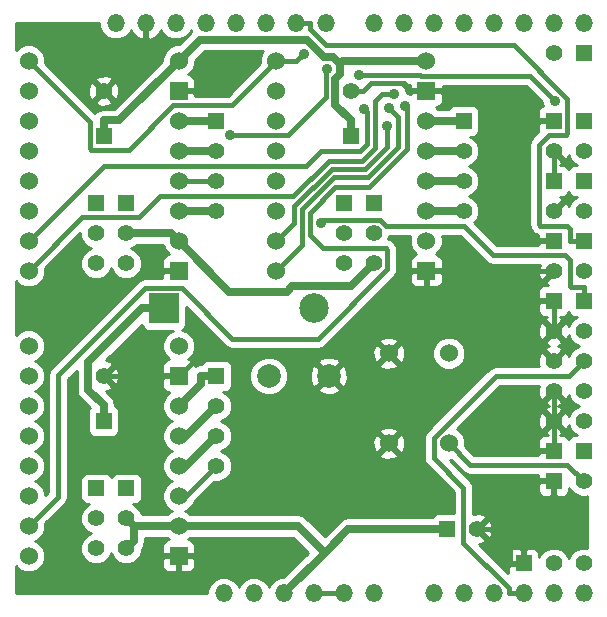
<source format=gtl>
G04 (created by PCBNEW-RS274X (2012-01-19 BZR 3256)-stable) date 20/07/2013 4:07:59 p.m.*
G01*
G70*
G90*
%MOIN*%
G04 Gerber Fmt 3.4, Leading zero omitted, Abs format*
%FSLAX34Y34*%
G04 APERTURE LIST*
%ADD10C,0.006000*%
%ADD11C,0.098400*%
%ADD12R,0.098400X0.098400*%
%ADD13O,0.060000X0.057100*%
%ADD14O,0.060000X0.059100*%
%ADD15R,0.060000X0.060000*%
%ADD16C,0.060000*%
%ADD17R,0.055000X0.055000*%
%ADD18C,0.055000*%
%ADD19C,0.078700*%
%ADD20C,0.035000*%
%ADD21C,0.027600*%
%ADD22C,0.016000*%
%ADD23C,0.010000*%
G04 APERTURE END LIST*
G54D10*
G54D11*
X35250Y-24000D03*
G54D12*
X30250Y-24000D03*
G54D13*
X44250Y-33500D03*
G54D14*
X43250Y-33500D03*
X42250Y-33500D03*
X39250Y-33500D03*
X40250Y-33500D03*
X41250Y-33500D03*
X37250Y-33500D03*
X36250Y-33500D03*
X35250Y-33500D03*
X33250Y-33500D03*
X32250Y-33500D03*
X44250Y-14500D03*
X43250Y-14500D03*
X42250Y-14500D03*
X41250Y-14500D03*
X40250Y-14500D03*
X39250Y-14500D03*
X38250Y-14500D03*
X37250Y-14500D03*
X35650Y-14500D03*
X34650Y-14500D03*
X33650Y-14500D03*
X32650Y-14500D03*
X31650Y-14500D03*
X30650Y-14500D03*
X29650Y-14500D03*
X28650Y-14500D03*
X34250Y-33500D03*
G54D15*
X30750Y-32250D03*
G54D16*
X30750Y-31250D03*
X30750Y-30250D03*
X30750Y-29250D03*
X30750Y-28250D03*
X30750Y-27250D03*
G54D15*
X30750Y-26250D03*
G54D16*
X30750Y-25250D03*
X25750Y-25250D03*
X25750Y-26250D03*
X25750Y-27250D03*
X25750Y-28250D03*
X25750Y-29250D03*
X25750Y-30250D03*
X25750Y-31250D03*
X25750Y-32250D03*
G54D15*
X39000Y-22750D03*
G54D16*
X39000Y-21750D03*
X39000Y-20750D03*
X39000Y-19750D03*
X39000Y-18750D03*
X39000Y-17750D03*
G54D15*
X39000Y-16750D03*
G54D16*
X39000Y-15750D03*
X34000Y-15750D03*
X34000Y-16750D03*
X34000Y-17750D03*
X34000Y-18750D03*
X34000Y-19750D03*
X34000Y-20750D03*
X34000Y-21750D03*
X34000Y-22750D03*
G54D15*
X30750Y-22750D03*
G54D16*
X30750Y-21750D03*
X30750Y-20750D03*
X30750Y-19750D03*
X30750Y-18750D03*
X30750Y-17750D03*
G54D15*
X30750Y-16750D03*
G54D16*
X30750Y-15750D03*
X25750Y-15750D03*
X25750Y-16750D03*
X25750Y-17750D03*
X25750Y-18750D03*
X25750Y-19750D03*
X25750Y-20750D03*
X25750Y-21750D03*
X25750Y-22750D03*
G54D17*
X28000Y-30000D03*
G54D18*
X28000Y-31000D03*
X28000Y-32000D03*
G54D17*
X37250Y-20500D03*
G54D18*
X37250Y-21500D03*
X37250Y-22500D03*
G54D17*
X36250Y-20500D03*
G54D18*
X36250Y-21500D03*
X36250Y-22500D03*
G54D17*
X29000Y-30000D03*
G54D18*
X29000Y-31000D03*
X29000Y-32000D03*
G54D17*
X28000Y-20500D03*
G54D18*
X28000Y-21500D03*
X28000Y-22500D03*
G54D17*
X29000Y-20500D03*
G54D18*
X29000Y-21500D03*
X29000Y-22500D03*
G54D17*
X43250Y-29750D03*
G54D18*
X44250Y-29750D03*
G54D19*
X33750Y-26250D03*
X35750Y-26250D03*
G54D16*
X37750Y-28500D03*
X39750Y-25500D03*
X39750Y-28500D03*
X37750Y-25500D03*
G54D17*
X44250Y-15500D03*
G54D18*
X43250Y-15500D03*
G54D17*
X32000Y-17750D03*
G54D18*
X32000Y-18750D03*
X32000Y-19750D03*
X32000Y-20750D03*
G54D17*
X40250Y-17750D03*
G54D18*
X40250Y-18750D03*
X40250Y-19750D03*
X40250Y-20750D03*
G54D17*
X32000Y-26250D03*
G54D18*
X32000Y-27250D03*
X32000Y-28250D03*
X32000Y-29250D03*
G54D17*
X42250Y-32500D03*
G54D18*
X43250Y-32500D03*
X44250Y-32500D03*
G54D17*
X43250Y-23750D03*
G54D18*
X43250Y-24750D03*
X43250Y-25750D03*
G54D17*
X44250Y-23750D03*
G54D18*
X44250Y-24750D03*
X44250Y-25750D03*
G54D17*
X43250Y-28750D03*
G54D18*
X43250Y-27750D03*
X43250Y-26750D03*
G54D17*
X44250Y-28750D03*
G54D18*
X44250Y-27750D03*
X44250Y-26750D03*
G54D17*
X43250Y-21750D03*
G54D18*
X43250Y-22750D03*
G54D17*
X43250Y-19750D03*
G54D18*
X43250Y-20750D03*
G54D17*
X43250Y-17750D03*
G54D18*
X43250Y-18750D03*
G54D17*
X44250Y-17750D03*
G54D18*
X44250Y-18750D03*
G54D17*
X44250Y-19750D03*
G54D18*
X44250Y-20750D03*
G54D17*
X44250Y-21750D03*
G54D18*
X44250Y-22750D03*
G54D17*
X28250Y-27750D03*
G54D18*
X28250Y-26250D03*
G54D17*
X36500Y-18250D03*
G54D18*
X36500Y-16750D03*
G54D17*
X28250Y-18250D03*
G54D18*
X28250Y-16750D03*
G54D17*
X39700Y-31350D03*
G54D18*
X40700Y-31350D03*
G54D20*
X37918Y-16868D03*
X36916Y-17344D03*
X34913Y-15509D03*
X37761Y-17322D03*
X37685Y-17911D03*
X35708Y-16021D03*
X32458Y-18234D03*
X38291Y-17249D03*
X35480Y-21150D03*
X43283Y-17086D03*
X36757Y-16221D03*
G54D21*
X29250Y-31250D02*
X29250Y-31750D01*
X35610Y-32140D02*
X34720Y-31250D01*
X34720Y-31250D02*
X30750Y-31250D01*
X35610Y-32140D02*
X34250Y-33500D01*
X39700Y-31350D02*
X36400Y-31350D01*
X36400Y-31350D02*
X35610Y-32140D01*
X30750Y-31250D02*
X29250Y-31250D01*
X29250Y-31750D02*
X29000Y-32000D01*
X37250Y-22500D02*
X36484Y-23266D01*
X36484Y-23266D02*
X34542Y-23266D01*
X34542Y-23266D02*
X34370Y-23438D01*
X34370Y-23438D02*
X32438Y-23438D01*
X32438Y-23438D02*
X30750Y-21750D01*
X29000Y-21500D02*
X30500Y-21500D01*
X30500Y-21500D02*
X30750Y-21750D01*
X29250Y-31250D02*
X29000Y-31000D01*
G54D22*
X41316Y-26250D02*
X39246Y-28320D01*
X43750Y-26250D02*
X41316Y-26250D01*
X42250Y-33500D02*
X41766Y-33500D01*
X44250Y-25750D02*
X43750Y-26250D01*
X39246Y-28320D02*
X39246Y-28973D01*
X41766Y-33333D02*
X41766Y-33500D01*
X40242Y-31809D02*
X41766Y-33333D01*
X40242Y-29969D02*
X40242Y-31809D01*
X39246Y-28973D02*
X40242Y-29969D01*
G54D21*
X27734Y-25783D02*
X27734Y-26718D01*
X29517Y-24000D02*
X27734Y-25783D01*
X36124Y-15848D02*
X35881Y-15605D01*
X35881Y-15605D02*
X35598Y-15605D01*
X35598Y-15605D02*
X35032Y-15039D01*
X35032Y-15039D02*
X31461Y-15039D01*
X31461Y-15039D02*
X30750Y-15750D01*
X36500Y-17734D02*
X35974Y-17208D01*
X35974Y-17208D02*
X35974Y-16344D01*
X35974Y-16344D02*
X36124Y-16194D01*
X36124Y-16194D02*
X36124Y-15848D01*
X39000Y-15750D02*
X36222Y-15750D01*
X36222Y-15750D02*
X36124Y-15848D01*
X28250Y-27750D02*
X28250Y-27234D01*
X27734Y-26718D02*
X28250Y-27234D01*
X28250Y-18250D02*
X28250Y-17734D01*
X28250Y-17734D02*
X28766Y-17734D01*
X28766Y-17734D02*
X30750Y-15750D01*
X36500Y-18250D02*
X36500Y-17734D01*
X30250Y-24000D02*
X29517Y-24000D01*
G54D22*
X35750Y-26250D02*
X35046Y-25546D01*
X31454Y-25546D02*
X30750Y-26250D01*
X35046Y-25546D02*
X31454Y-25546D01*
X36250Y-33500D02*
X35250Y-33500D01*
X36500Y-16750D02*
X36880Y-16750D01*
X36880Y-16750D02*
X37143Y-16487D01*
X37143Y-16487D02*
X38254Y-16487D01*
X43250Y-17750D02*
X42792Y-17750D01*
X42792Y-17750D02*
X41792Y-16750D01*
X41792Y-16750D02*
X39483Y-16750D01*
X38254Y-16487D02*
X38517Y-16750D01*
X39000Y-16750D02*
X39483Y-16750D01*
X39000Y-22750D02*
X43250Y-22750D01*
X43250Y-27750D02*
X43250Y-28750D01*
X43250Y-26750D02*
X43250Y-27750D01*
X39000Y-16750D02*
X38517Y-16750D01*
X43250Y-24750D02*
X43250Y-23750D01*
X43250Y-18750D02*
X43250Y-19750D01*
X28250Y-26250D02*
X30750Y-26250D01*
X42250Y-32500D02*
X41792Y-32500D01*
X43250Y-29750D02*
X42792Y-29750D01*
X42792Y-29750D02*
X41146Y-31396D01*
X41100Y-31350D02*
X41146Y-31396D01*
X41146Y-31396D02*
X41792Y-32042D01*
X40700Y-31350D02*
X41100Y-31350D01*
X41792Y-32042D02*
X41792Y-32500D01*
X43709Y-29209D02*
X44250Y-29750D01*
X40459Y-29209D02*
X43709Y-29209D01*
X39750Y-28500D02*
X40459Y-29209D01*
X37918Y-16868D02*
X37522Y-16868D01*
X37290Y-17100D02*
X37290Y-18641D01*
X37290Y-18641D02*
X36857Y-19074D01*
X36857Y-19074D02*
X35743Y-19074D01*
X35743Y-19074D02*
X34567Y-20250D01*
X29414Y-20959D02*
X27541Y-20959D01*
X34567Y-20250D02*
X30123Y-20250D01*
X27541Y-20959D02*
X25750Y-22750D01*
X37522Y-16868D02*
X37290Y-17100D01*
X30123Y-20250D02*
X29414Y-20959D01*
X28250Y-19250D02*
X25750Y-21750D01*
X36916Y-17344D02*
X37027Y-17455D01*
X37027Y-17455D02*
X37027Y-18532D01*
X37027Y-18532D02*
X36809Y-18750D01*
X36809Y-18750D02*
X35509Y-18750D01*
X35509Y-18750D02*
X35009Y-19250D01*
X35009Y-19250D02*
X28250Y-19250D01*
X34672Y-15750D02*
X34913Y-15509D01*
X25750Y-15750D02*
X27792Y-17792D01*
X27792Y-17792D02*
X27792Y-18664D01*
X27792Y-18664D02*
X27837Y-18709D01*
X27837Y-18709D02*
X29089Y-18709D01*
X29089Y-18709D02*
X30564Y-17234D01*
X30564Y-17234D02*
X32516Y-17234D01*
X32516Y-17234D02*
X34000Y-15750D01*
X34000Y-15750D02*
X34672Y-15750D01*
X34859Y-21891D02*
X34859Y-20702D01*
X38060Y-18615D02*
X38060Y-17621D01*
X35940Y-19621D02*
X37054Y-19621D01*
X37054Y-19621D02*
X38060Y-18615D01*
X34000Y-22750D02*
X34859Y-21891D01*
X34859Y-20702D02*
X35940Y-19621D01*
X38060Y-17621D02*
X37761Y-17322D01*
X34596Y-20593D02*
X35852Y-19337D01*
X35852Y-19337D02*
X36966Y-19337D01*
X34000Y-21750D02*
X34596Y-21154D01*
X34596Y-21154D02*
X34596Y-20593D01*
X36966Y-19337D02*
X37685Y-18618D01*
X37685Y-18618D02*
X37685Y-17911D01*
G54D21*
X32000Y-20750D02*
X30750Y-20750D01*
G54D22*
X35708Y-16021D02*
X35652Y-16077D01*
X35652Y-16077D02*
X35652Y-16965D01*
X35652Y-16965D02*
X34383Y-18234D01*
X34383Y-18234D02*
X32458Y-18234D01*
X30843Y-23324D02*
X32535Y-25016D01*
X29627Y-23324D02*
X30843Y-23324D01*
X32535Y-25016D02*
X35395Y-25016D01*
X26729Y-26222D02*
X29627Y-23324D01*
X25750Y-31250D02*
X26729Y-30271D01*
X35965Y-19968D02*
X37080Y-19968D01*
X26729Y-30271D02*
X26729Y-26222D01*
X37080Y-19968D02*
X38371Y-18677D01*
X35395Y-25016D02*
X37709Y-22702D01*
X38371Y-18677D02*
X38371Y-17329D01*
X38371Y-17329D02*
X38291Y-17249D01*
X37709Y-22702D02*
X37709Y-22045D01*
X35122Y-20811D02*
X35965Y-19968D01*
X35122Y-21549D02*
X35122Y-20811D01*
X35573Y-22000D02*
X35122Y-21549D01*
X37664Y-22000D02*
X35573Y-22000D01*
X37709Y-22045D02*
X37664Y-22000D01*
G54D21*
X31000Y-29250D02*
X30750Y-29250D01*
X32000Y-28250D02*
X31000Y-29250D01*
X31484Y-26516D02*
X30750Y-27250D01*
X31484Y-26250D02*
X31484Y-26516D01*
X32000Y-26250D02*
X31484Y-26250D01*
X40250Y-18750D02*
X39000Y-18750D01*
X40250Y-20750D02*
X39000Y-20750D01*
X32000Y-18750D02*
X30750Y-18750D01*
X32000Y-17750D02*
X30750Y-17750D01*
X40250Y-19750D02*
X39000Y-19750D01*
X40250Y-17750D02*
X39000Y-17750D01*
X31000Y-28250D02*
X30750Y-28250D01*
X32000Y-27250D02*
X31000Y-28250D01*
G54D22*
X31000Y-30250D02*
X30750Y-30250D01*
X32000Y-29250D02*
X31000Y-30250D01*
X32000Y-19750D02*
X30750Y-19750D01*
X44250Y-23292D02*
X43837Y-23292D01*
X43837Y-23292D02*
X43792Y-23247D01*
X43792Y-22378D02*
X43623Y-22209D01*
X43792Y-23247D02*
X43792Y-22378D01*
X37443Y-21041D02*
X35589Y-21041D01*
X37652Y-21250D02*
X37443Y-21041D01*
X35589Y-21041D02*
X35480Y-21150D01*
X41216Y-22209D02*
X40257Y-21250D01*
X40257Y-21250D02*
X37652Y-21250D01*
X43623Y-22209D02*
X41216Y-22209D01*
X44250Y-23750D02*
X44250Y-23292D01*
X43792Y-21750D02*
X43792Y-21337D01*
X44250Y-21750D02*
X43792Y-21750D01*
X43702Y-21247D02*
X42807Y-21247D01*
X42807Y-21247D02*
X42762Y-21202D01*
X42762Y-21202D02*
X42762Y-18537D01*
X42762Y-18537D02*
X43090Y-18209D01*
X43709Y-17006D02*
X41919Y-15216D01*
X43090Y-18209D02*
X43664Y-18209D01*
X43664Y-18209D02*
X43709Y-18164D01*
X34650Y-14500D02*
X35134Y-14500D01*
X35134Y-14688D02*
X35134Y-14500D01*
X35662Y-15216D02*
X35134Y-14688D01*
X41919Y-15216D02*
X35662Y-15216D01*
X43792Y-21337D02*
X43702Y-21247D01*
X43709Y-18164D02*
X43709Y-17006D01*
X38787Y-16221D02*
X36757Y-16221D01*
X43283Y-17086D02*
X42463Y-16266D01*
X38832Y-16266D02*
X38787Y-16221D01*
X42463Y-16266D02*
X38832Y-16266D01*
G54D10*
G36*
X30800Y-22800D02*
X30700Y-22800D01*
X30650Y-22800D01*
X30262Y-22800D01*
X30200Y-22862D01*
X30200Y-22994D01*
X29627Y-22994D01*
X29501Y-23019D01*
X29465Y-23043D01*
X29393Y-23091D01*
X26496Y-25989D01*
X26424Y-26095D01*
X26399Y-26222D01*
X26399Y-30134D01*
X26299Y-30234D01*
X26299Y-30141D01*
X26215Y-29939D01*
X26061Y-29785D01*
X25976Y-29750D01*
X26061Y-29715D01*
X26215Y-29561D01*
X26299Y-29359D01*
X26299Y-29141D01*
X26215Y-28939D01*
X26061Y-28785D01*
X25976Y-28750D01*
X26061Y-28715D01*
X26215Y-28561D01*
X26299Y-28359D01*
X26299Y-28141D01*
X26215Y-27939D01*
X26061Y-27785D01*
X25976Y-27750D01*
X26061Y-27715D01*
X26215Y-27561D01*
X26299Y-27359D01*
X26299Y-27141D01*
X26215Y-26939D01*
X26061Y-26785D01*
X25976Y-26750D01*
X26061Y-26715D01*
X26215Y-26561D01*
X26299Y-26359D01*
X26299Y-26141D01*
X26215Y-25939D01*
X26061Y-25785D01*
X25976Y-25750D01*
X26061Y-25715D01*
X26215Y-25561D01*
X26299Y-25359D01*
X26299Y-25141D01*
X26215Y-24939D01*
X26061Y-24785D01*
X25859Y-24701D01*
X25641Y-24701D01*
X25439Y-24785D01*
X25325Y-24899D01*
X25325Y-23101D01*
X25439Y-23215D01*
X25641Y-23299D01*
X25859Y-23299D01*
X26061Y-23215D01*
X26215Y-23061D01*
X26299Y-22859D01*
X26299Y-22667D01*
X27475Y-21491D01*
X27475Y-21604D01*
X27555Y-21797D01*
X27702Y-21945D01*
X27835Y-22000D01*
X27703Y-22055D01*
X27555Y-22202D01*
X27475Y-22395D01*
X27475Y-22604D01*
X27555Y-22797D01*
X27702Y-22945D01*
X27895Y-23025D01*
X28104Y-23025D01*
X28297Y-22945D01*
X28445Y-22798D01*
X28500Y-22664D01*
X28555Y-22797D01*
X28702Y-22945D01*
X28895Y-23025D01*
X29104Y-23025D01*
X29297Y-22945D01*
X29445Y-22798D01*
X29525Y-22605D01*
X29525Y-22396D01*
X29445Y-22203D01*
X29298Y-22055D01*
X29164Y-21999D01*
X29297Y-21945D01*
X29354Y-21888D01*
X30213Y-21888D01*
X30285Y-22061D01*
X30425Y-22201D01*
X30400Y-22201D01*
X30309Y-22239D01*
X30239Y-22309D01*
X30201Y-22401D01*
X30200Y-22638D01*
X30262Y-22700D01*
X30650Y-22700D01*
X30700Y-22700D01*
X30800Y-22700D01*
X30800Y-22800D01*
X30800Y-22800D01*
G37*
G54D23*
X30800Y-22800D02*
X30700Y-22800D01*
X30650Y-22800D01*
X30262Y-22800D01*
X30200Y-22862D01*
X30200Y-22994D01*
X29627Y-22994D01*
X29501Y-23019D01*
X29465Y-23043D01*
X29393Y-23091D01*
X26496Y-25989D01*
X26424Y-26095D01*
X26399Y-26222D01*
X26399Y-30134D01*
X26299Y-30234D01*
X26299Y-30141D01*
X26215Y-29939D01*
X26061Y-29785D01*
X25976Y-29750D01*
X26061Y-29715D01*
X26215Y-29561D01*
X26299Y-29359D01*
X26299Y-29141D01*
X26215Y-28939D01*
X26061Y-28785D01*
X25976Y-28750D01*
X26061Y-28715D01*
X26215Y-28561D01*
X26299Y-28359D01*
X26299Y-28141D01*
X26215Y-27939D01*
X26061Y-27785D01*
X25976Y-27750D01*
X26061Y-27715D01*
X26215Y-27561D01*
X26299Y-27359D01*
X26299Y-27141D01*
X26215Y-26939D01*
X26061Y-26785D01*
X25976Y-26750D01*
X26061Y-26715D01*
X26215Y-26561D01*
X26299Y-26359D01*
X26299Y-26141D01*
X26215Y-25939D01*
X26061Y-25785D01*
X25976Y-25750D01*
X26061Y-25715D01*
X26215Y-25561D01*
X26299Y-25359D01*
X26299Y-25141D01*
X26215Y-24939D01*
X26061Y-24785D01*
X25859Y-24701D01*
X25641Y-24701D01*
X25439Y-24785D01*
X25325Y-24899D01*
X25325Y-23101D01*
X25439Y-23215D01*
X25641Y-23299D01*
X25859Y-23299D01*
X26061Y-23215D01*
X26215Y-23061D01*
X26299Y-22859D01*
X26299Y-22667D01*
X27475Y-21491D01*
X27475Y-21604D01*
X27555Y-21797D01*
X27702Y-21945D01*
X27835Y-22000D01*
X27703Y-22055D01*
X27555Y-22202D01*
X27475Y-22395D01*
X27475Y-22604D01*
X27555Y-22797D01*
X27702Y-22945D01*
X27895Y-23025D01*
X28104Y-23025D01*
X28297Y-22945D01*
X28445Y-22798D01*
X28500Y-22664D01*
X28555Y-22797D01*
X28702Y-22945D01*
X28895Y-23025D01*
X29104Y-23025D01*
X29297Y-22945D01*
X29445Y-22798D01*
X29525Y-22605D01*
X29525Y-22396D01*
X29445Y-22203D01*
X29298Y-22055D01*
X29164Y-21999D01*
X29297Y-21945D01*
X29354Y-21888D01*
X30213Y-21888D01*
X30285Y-22061D01*
X30425Y-22201D01*
X30400Y-22201D01*
X30309Y-22239D01*
X30239Y-22309D01*
X30201Y-22401D01*
X30200Y-22638D01*
X30262Y-22700D01*
X30650Y-22700D01*
X30700Y-22700D01*
X30800Y-22700D01*
X30800Y-22800D01*
G54D10*
G36*
X31171Y-14779D02*
X30750Y-15201D01*
X30641Y-15201D01*
X30439Y-15285D01*
X30285Y-15439D01*
X30201Y-15641D01*
X30201Y-15750D01*
X28769Y-17182D01*
X28769Y-16824D01*
X28758Y-16620D01*
X28702Y-16483D01*
X28611Y-16460D01*
X28540Y-16531D01*
X28540Y-16389D01*
X28517Y-16298D01*
X28324Y-16231D01*
X28120Y-16242D01*
X27983Y-16298D01*
X27960Y-16389D01*
X28250Y-16679D01*
X28540Y-16389D01*
X28540Y-16531D01*
X28321Y-16750D01*
X28611Y-17040D01*
X28702Y-17017D01*
X28769Y-16824D01*
X28769Y-17182D01*
X28605Y-17346D01*
X28540Y-17346D01*
X28540Y-17111D01*
X28250Y-16821D01*
X28179Y-16892D01*
X28179Y-16750D01*
X27889Y-16460D01*
X27798Y-16483D01*
X27731Y-16676D01*
X27742Y-16880D01*
X27798Y-17017D01*
X27889Y-17040D01*
X28179Y-16750D01*
X28179Y-16892D01*
X27960Y-17111D01*
X27983Y-17202D01*
X28176Y-17269D01*
X28380Y-17258D01*
X28517Y-17202D01*
X28540Y-17111D01*
X28540Y-17346D01*
X28250Y-17346D01*
X28102Y-17376D01*
X27976Y-17460D01*
X27956Y-17489D01*
X26299Y-15832D01*
X26299Y-15641D01*
X26215Y-15439D01*
X26061Y-15285D01*
X25859Y-15201D01*
X25641Y-15201D01*
X25439Y-15285D01*
X25325Y-15399D01*
X25325Y-14500D01*
X28100Y-14500D01*
X28100Y-14606D01*
X28181Y-14803D01*
X28332Y-14953D01*
X28528Y-15035D01*
X28741Y-15035D01*
X28771Y-15035D01*
X28968Y-14954D01*
X29118Y-14803D01*
X29150Y-14726D01*
X29172Y-14788D01*
X29318Y-14947D01*
X29514Y-15038D01*
X29600Y-14990D01*
X29600Y-14600D01*
X29600Y-14550D01*
X29600Y-14500D01*
X29700Y-14500D01*
X29700Y-14550D01*
X29700Y-14600D01*
X29700Y-14990D01*
X29786Y-15038D01*
X29982Y-14947D01*
X30128Y-14788D01*
X30149Y-14727D01*
X30181Y-14803D01*
X30332Y-14953D01*
X30528Y-15035D01*
X30741Y-15035D01*
X30771Y-15035D01*
X30968Y-14954D01*
X31118Y-14803D01*
X31149Y-14727D01*
X31171Y-14779D01*
X31171Y-14779D01*
G37*
G54D23*
X31171Y-14779D02*
X30750Y-15201D01*
X30641Y-15201D01*
X30439Y-15285D01*
X30285Y-15439D01*
X30201Y-15641D01*
X30201Y-15750D01*
X28769Y-17182D01*
X28769Y-16824D01*
X28758Y-16620D01*
X28702Y-16483D01*
X28611Y-16460D01*
X28540Y-16531D01*
X28540Y-16389D01*
X28517Y-16298D01*
X28324Y-16231D01*
X28120Y-16242D01*
X27983Y-16298D01*
X27960Y-16389D01*
X28250Y-16679D01*
X28540Y-16389D01*
X28540Y-16531D01*
X28321Y-16750D01*
X28611Y-17040D01*
X28702Y-17017D01*
X28769Y-16824D01*
X28769Y-17182D01*
X28605Y-17346D01*
X28540Y-17346D01*
X28540Y-17111D01*
X28250Y-16821D01*
X28179Y-16892D01*
X28179Y-16750D01*
X27889Y-16460D01*
X27798Y-16483D01*
X27731Y-16676D01*
X27742Y-16880D01*
X27798Y-17017D01*
X27889Y-17040D01*
X28179Y-16750D01*
X28179Y-16892D01*
X27960Y-17111D01*
X27983Y-17202D01*
X28176Y-17269D01*
X28380Y-17258D01*
X28517Y-17202D01*
X28540Y-17111D01*
X28540Y-17346D01*
X28250Y-17346D01*
X28102Y-17376D01*
X27976Y-17460D01*
X27956Y-17489D01*
X26299Y-15832D01*
X26299Y-15641D01*
X26215Y-15439D01*
X26061Y-15285D01*
X25859Y-15201D01*
X25641Y-15201D01*
X25439Y-15285D01*
X25325Y-15399D01*
X25325Y-14500D01*
X28100Y-14500D01*
X28100Y-14606D01*
X28181Y-14803D01*
X28332Y-14953D01*
X28528Y-15035D01*
X28741Y-15035D01*
X28771Y-15035D01*
X28968Y-14954D01*
X29118Y-14803D01*
X29150Y-14726D01*
X29172Y-14788D01*
X29318Y-14947D01*
X29514Y-15038D01*
X29600Y-14990D01*
X29600Y-14600D01*
X29600Y-14550D01*
X29600Y-14500D01*
X29700Y-14500D01*
X29700Y-14550D01*
X29700Y-14600D01*
X29700Y-14990D01*
X29786Y-15038D01*
X29982Y-14947D01*
X30128Y-14788D01*
X30149Y-14727D01*
X30181Y-14803D01*
X30332Y-14953D01*
X30528Y-15035D01*
X30741Y-15035D01*
X30771Y-15035D01*
X30968Y-14954D01*
X31118Y-14803D01*
X31149Y-14727D01*
X31171Y-14779D01*
G54D10*
G36*
X33547Y-15427D02*
X33535Y-15439D01*
X33451Y-15641D01*
X33451Y-15832D01*
X32379Y-16904D01*
X31299Y-16904D01*
X31300Y-16862D01*
X31238Y-16800D01*
X30850Y-16800D01*
X30800Y-16800D01*
X30700Y-16800D01*
X30700Y-16700D01*
X30800Y-16700D01*
X30850Y-16700D01*
X31238Y-16700D01*
X31300Y-16638D01*
X31299Y-16401D01*
X31261Y-16309D01*
X31191Y-16239D01*
X31100Y-16201D01*
X31075Y-16201D01*
X31215Y-16061D01*
X31299Y-15859D01*
X31299Y-15749D01*
X31621Y-15427D01*
X33547Y-15427D01*
X33547Y-15427D01*
G37*
G54D23*
X33547Y-15427D02*
X33535Y-15439D01*
X33451Y-15641D01*
X33451Y-15832D01*
X32379Y-16904D01*
X31299Y-16904D01*
X31300Y-16862D01*
X31238Y-16800D01*
X30850Y-16800D01*
X30800Y-16800D01*
X30700Y-16800D01*
X30700Y-16700D01*
X30800Y-16700D01*
X30850Y-16700D01*
X31238Y-16700D01*
X31300Y-16638D01*
X31299Y-16401D01*
X31261Y-16309D01*
X31191Y-16239D01*
X31100Y-16201D01*
X31075Y-16201D01*
X31215Y-16061D01*
X31299Y-15859D01*
X31299Y-15749D01*
X31621Y-15427D01*
X33547Y-15427D01*
G54D10*
G36*
X35061Y-32139D02*
X34236Y-32965D01*
X34159Y-32965D01*
X34129Y-32965D01*
X33932Y-33046D01*
X33782Y-33197D01*
X33750Y-33272D01*
X33719Y-33197D01*
X33568Y-33047D01*
X33372Y-32965D01*
X33159Y-32965D01*
X33129Y-32965D01*
X32932Y-33046D01*
X32782Y-33197D01*
X32750Y-33272D01*
X32719Y-33197D01*
X32568Y-33047D01*
X32372Y-32965D01*
X32159Y-32965D01*
X32129Y-32965D01*
X31932Y-33046D01*
X31782Y-33197D01*
X31700Y-33393D01*
X31700Y-33500D01*
X31300Y-33500D01*
X31300Y-32362D01*
X31238Y-32300D01*
X30800Y-32300D01*
X30800Y-32738D01*
X30862Y-32800D01*
X31001Y-32799D01*
X31100Y-32799D01*
X31191Y-32761D01*
X31261Y-32691D01*
X31299Y-32599D01*
X31300Y-32362D01*
X31300Y-33500D01*
X30700Y-33500D01*
X30700Y-32738D01*
X30700Y-32300D01*
X30262Y-32300D01*
X30200Y-32362D01*
X30201Y-32599D01*
X30239Y-32691D01*
X30309Y-32761D01*
X30400Y-32799D01*
X30499Y-32799D01*
X30638Y-32800D01*
X30700Y-32738D01*
X30700Y-33500D01*
X25325Y-33500D01*
X25325Y-32601D01*
X25439Y-32715D01*
X25641Y-32799D01*
X25859Y-32799D01*
X26061Y-32715D01*
X26215Y-32561D01*
X26299Y-32359D01*
X26299Y-32141D01*
X26215Y-31939D01*
X26061Y-31785D01*
X25976Y-31750D01*
X26061Y-31715D01*
X26215Y-31561D01*
X26299Y-31359D01*
X26299Y-31167D01*
X26962Y-30505D01*
X26962Y-30504D01*
X27009Y-30433D01*
X27033Y-30398D01*
X27034Y-30397D01*
X27058Y-30271D01*
X27059Y-30271D01*
X27059Y-26358D01*
X27346Y-26071D01*
X27346Y-26718D01*
X27376Y-26866D01*
X27460Y-26992D01*
X27782Y-27315D01*
X27764Y-27334D01*
X27726Y-27425D01*
X27726Y-27524D01*
X27726Y-28074D01*
X27764Y-28166D01*
X27834Y-28236D01*
X27925Y-28274D01*
X28024Y-28274D01*
X28574Y-28274D01*
X28666Y-28236D01*
X28736Y-28166D01*
X28774Y-28075D01*
X28774Y-27976D01*
X28774Y-27426D01*
X28769Y-27413D01*
X28769Y-26324D01*
X28758Y-26120D01*
X28702Y-25983D01*
X28611Y-25960D01*
X28321Y-26250D01*
X28611Y-26540D01*
X28702Y-26517D01*
X28769Y-26324D01*
X28769Y-27413D01*
X28736Y-27334D01*
X28666Y-27264D01*
X28638Y-27252D01*
X28638Y-27234D01*
X28637Y-27233D01*
X28608Y-27086D01*
X28607Y-27085D01*
X28579Y-27043D01*
X28524Y-26960D01*
X28524Y-26959D01*
X28325Y-26760D01*
X28380Y-26758D01*
X28517Y-26702D01*
X28540Y-26611D01*
X28285Y-26356D01*
X28250Y-26321D01*
X28179Y-26250D01*
X28250Y-26179D01*
X28285Y-26144D01*
X28540Y-25889D01*
X28517Y-25798D01*
X28331Y-25733D01*
X29513Y-24552D01*
X29547Y-24633D01*
X29617Y-24703D01*
X29708Y-24741D01*
X29807Y-24741D01*
X30544Y-24741D01*
X30439Y-24785D01*
X30285Y-24939D01*
X30201Y-25141D01*
X30201Y-25359D01*
X30285Y-25561D01*
X30425Y-25701D01*
X30400Y-25701D01*
X30309Y-25739D01*
X30239Y-25809D01*
X30201Y-25901D01*
X30200Y-26138D01*
X30262Y-26200D01*
X30650Y-26200D01*
X30700Y-26200D01*
X30800Y-26200D01*
X30800Y-26300D01*
X30700Y-26300D01*
X30650Y-26300D01*
X30262Y-26300D01*
X30200Y-26362D01*
X30201Y-26599D01*
X30239Y-26691D01*
X30309Y-26761D01*
X30400Y-26799D01*
X30425Y-26799D01*
X30285Y-26939D01*
X30201Y-27141D01*
X30201Y-27359D01*
X30285Y-27561D01*
X30439Y-27715D01*
X30523Y-27750D01*
X30439Y-27785D01*
X30285Y-27939D01*
X30201Y-28141D01*
X30201Y-28359D01*
X30285Y-28561D01*
X30439Y-28715D01*
X30523Y-28750D01*
X30439Y-28785D01*
X30285Y-28939D01*
X30201Y-29141D01*
X30201Y-29359D01*
X30285Y-29561D01*
X30439Y-29715D01*
X30523Y-29750D01*
X30439Y-29785D01*
X30285Y-29939D01*
X30201Y-30141D01*
X30201Y-30359D01*
X30285Y-30561D01*
X30439Y-30715D01*
X30523Y-30750D01*
X30439Y-30785D01*
X30362Y-30862D01*
X29510Y-30862D01*
X29445Y-30703D01*
X29298Y-30555D01*
X29223Y-30524D01*
X29324Y-30524D01*
X29416Y-30486D01*
X29486Y-30416D01*
X29524Y-30325D01*
X29524Y-30226D01*
X29524Y-29676D01*
X29486Y-29584D01*
X29416Y-29514D01*
X29325Y-29476D01*
X29226Y-29476D01*
X28676Y-29476D01*
X28584Y-29514D01*
X28514Y-29584D01*
X28499Y-29617D01*
X28486Y-29584D01*
X28416Y-29514D01*
X28325Y-29476D01*
X28226Y-29476D01*
X27676Y-29476D01*
X27584Y-29514D01*
X27514Y-29584D01*
X27476Y-29675D01*
X27476Y-29774D01*
X27476Y-30324D01*
X27514Y-30416D01*
X27584Y-30486D01*
X27675Y-30524D01*
X27774Y-30524D01*
X27703Y-30555D01*
X27555Y-30702D01*
X27475Y-30895D01*
X27475Y-31104D01*
X27555Y-31297D01*
X27702Y-31445D01*
X27835Y-31500D01*
X27703Y-31555D01*
X27555Y-31702D01*
X27475Y-31895D01*
X27475Y-32104D01*
X27555Y-32297D01*
X27702Y-32445D01*
X27895Y-32525D01*
X28104Y-32525D01*
X28297Y-32445D01*
X28445Y-32298D01*
X28500Y-32164D01*
X28555Y-32297D01*
X28702Y-32445D01*
X28895Y-32525D01*
X29104Y-32525D01*
X29297Y-32445D01*
X29445Y-32298D01*
X29525Y-32105D01*
X29525Y-32023D01*
X29525Y-32022D01*
X29579Y-31941D01*
X29607Y-31899D01*
X29608Y-31898D01*
X29637Y-31750D01*
X29638Y-31750D01*
X29638Y-31638D01*
X30362Y-31638D01*
X30425Y-31701D01*
X30400Y-31701D01*
X30309Y-31739D01*
X30239Y-31809D01*
X30201Y-31901D01*
X30200Y-32138D01*
X30262Y-32200D01*
X30650Y-32200D01*
X30700Y-32200D01*
X30800Y-32200D01*
X30850Y-32200D01*
X31238Y-32200D01*
X31300Y-32138D01*
X31299Y-31901D01*
X31261Y-31809D01*
X31191Y-31739D01*
X31100Y-31701D01*
X31075Y-31701D01*
X31138Y-31638D01*
X34559Y-31638D01*
X35061Y-32139D01*
X35061Y-32139D01*
G37*
G54D23*
X35061Y-32139D02*
X34236Y-32965D01*
X34159Y-32965D01*
X34129Y-32965D01*
X33932Y-33046D01*
X33782Y-33197D01*
X33750Y-33272D01*
X33719Y-33197D01*
X33568Y-33047D01*
X33372Y-32965D01*
X33159Y-32965D01*
X33129Y-32965D01*
X32932Y-33046D01*
X32782Y-33197D01*
X32750Y-33272D01*
X32719Y-33197D01*
X32568Y-33047D01*
X32372Y-32965D01*
X32159Y-32965D01*
X32129Y-32965D01*
X31932Y-33046D01*
X31782Y-33197D01*
X31700Y-33393D01*
X31700Y-33500D01*
X31300Y-33500D01*
X31300Y-32362D01*
X31238Y-32300D01*
X30800Y-32300D01*
X30800Y-32738D01*
X30862Y-32800D01*
X31001Y-32799D01*
X31100Y-32799D01*
X31191Y-32761D01*
X31261Y-32691D01*
X31299Y-32599D01*
X31300Y-32362D01*
X31300Y-33500D01*
X30700Y-33500D01*
X30700Y-32738D01*
X30700Y-32300D01*
X30262Y-32300D01*
X30200Y-32362D01*
X30201Y-32599D01*
X30239Y-32691D01*
X30309Y-32761D01*
X30400Y-32799D01*
X30499Y-32799D01*
X30638Y-32800D01*
X30700Y-32738D01*
X30700Y-33500D01*
X25325Y-33500D01*
X25325Y-32601D01*
X25439Y-32715D01*
X25641Y-32799D01*
X25859Y-32799D01*
X26061Y-32715D01*
X26215Y-32561D01*
X26299Y-32359D01*
X26299Y-32141D01*
X26215Y-31939D01*
X26061Y-31785D01*
X25976Y-31750D01*
X26061Y-31715D01*
X26215Y-31561D01*
X26299Y-31359D01*
X26299Y-31167D01*
X26962Y-30505D01*
X26962Y-30504D01*
X27009Y-30433D01*
X27033Y-30398D01*
X27034Y-30397D01*
X27058Y-30271D01*
X27059Y-30271D01*
X27059Y-26358D01*
X27346Y-26071D01*
X27346Y-26718D01*
X27376Y-26866D01*
X27460Y-26992D01*
X27782Y-27315D01*
X27764Y-27334D01*
X27726Y-27425D01*
X27726Y-27524D01*
X27726Y-28074D01*
X27764Y-28166D01*
X27834Y-28236D01*
X27925Y-28274D01*
X28024Y-28274D01*
X28574Y-28274D01*
X28666Y-28236D01*
X28736Y-28166D01*
X28774Y-28075D01*
X28774Y-27976D01*
X28774Y-27426D01*
X28769Y-27413D01*
X28769Y-26324D01*
X28758Y-26120D01*
X28702Y-25983D01*
X28611Y-25960D01*
X28321Y-26250D01*
X28611Y-26540D01*
X28702Y-26517D01*
X28769Y-26324D01*
X28769Y-27413D01*
X28736Y-27334D01*
X28666Y-27264D01*
X28638Y-27252D01*
X28638Y-27234D01*
X28637Y-27233D01*
X28608Y-27086D01*
X28607Y-27085D01*
X28579Y-27043D01*
X28524Y-26960D01*
X28524Y-26959D01*
X28325Y-26760D01*
X28380Y-26758D01*
X28517Y-26702D01*
X28540Y-26611D01*
X28285Y-26356D01*
X28250Y-26321D01*
X28179Y-26250D01*
X28250Y-26179D01*
X28285Y-26144D01*
X28540Y-25889D01*
X28517Y-25798D01*
X28331Y-25733D01*
X29513Y-24552D01*
X29547Y-24633D01*
X29617Y-24703D01*
X29708Y-24741D01*
X29807Y-24741D01*
X30544Y-24741D01*
X30439Y-24785D01*
X30285Y-24939D01*
X30201Y-25141D01*
X30201Y-25359D01*
X30285Y-25561D01*
X30425Y-25701D01*
X30400Y-25701D01*
X30309Y-25739D01*
X30239Y-25809D01*
X30201Y-25901D01*
X30200Y-26138D01*
X30262Y-26200D01*
X30650Y-26200D01*
X30700Y-26200D01*
X30800Y-26200D01*
X30800Y-26300D01*
X30700Y-26300D01*
X30650Y-26300D01*
X30262Y-26300D01*
X30200Y-26362D01*
X30201Y-26599D01*
X30239Y-26691D01*
X30309Y-26761D01*
X30400Y-26799D01*
X30425Y-26799D01*
X30285Y-26939D01*
X30201Y-27141D01*
X30201Y-27359D01*
X30285Y-27561D01*
X30439Y-27715D01*
X30523Y-27750D01*
X30439Y-27785D01*
X30285Y-27939D01*
X30201Y-28141D01*
X30201Y-28359D01*
X30285Y-28561D01*
X30439Y-28715D01*
X30523Y-28750D01*
X30439Y-28785D01*
X30285Y-28939D01*
X30201Y-29141D01*
X30201Y-29359D01*
X30285Y-29561D01*
X30439Y-29715D01*
X30523Y-29750D01*
X30439Y-29785D01*
X30285Y-29939D01*
X30201Y-30141D01*
X30201Y-30359D01*
X30285Y-30561D01*
X30439Y-30715D01*
X30523Y-30750D01*
X30439Y-30785D01*
X30362Y-30862D01*
X29510Y-30862D01*
X29445Y-30703D01*
X29298Y-30555D01*
X29223Y-30524D01*
X29324Y-30524D01*
X29416Y-30486D01*
X29486Y-30416D01*
X29524Y-30325D01*
X29524Y-30226D01*
X29524Y-29676D01*
X29486Y-29584D01*
X29416Y-29514D01*
X29325Y-29476D01*
X29226Y-29476D01*
X28676Y-29476D01*
X28584Y-29514D01*
X28514Y-29584D01*
X28499Y-29617D01*
X28486Y-29584D01*
X28416Y-29514D01*
X28325Y-29476D01*
X28226Y-29476D01*
X27676Y-29476D01*
X27584Y-29514D01*
X27514Y-29584D01*
X27476Y-29675D01*
X27476Y-29774D01*
X27476Y-30324D01*
X27514Y-30416D01*
X27584Y-30486D01*
X27675Y-30524D01*
X27774Y-30524D01*
X27703Y-30555D01*
X27555Y-30702D01*
X27475Y-30895D01*
X27475Y-31104D01*
X27555Y-31297D01*
X27702Y-31445D01*
X27835Y-31500D01*
X27703Y-31555D01*
X27555Y-31702D01*
X27475Y-31895D01*
X27475Y-32104D01*
X27555Y-32297D01*
X27702Y-32445D01*
X27895Y-32525D01*
X28104Y-32525D01*
X28297Y-32445D01*
X28445Y-32298D01*
X28500Y-32164D01*
X28555Y-32297D01*
X28702Y-32445D01*
X28895Y-32525D01*
X29104Y-32525D01*
X29297Y-32445D01*
X29445Y-32298D01*
X29525Y-32105D01*
X29525Y-32023D01*
X29525Y-32022D01*
X29579Y-31941D01*
X29607Y-31899D01*
X29608Y-31898D01*
X29637Y-31750D01*
X29638Y-31750D01*
X29638Y-31638D01*
X30362Y-31638D01*
X30425Y-31701D01*
X30400Y-31701D01*
X30309Y-31739D01*
X30239Y-31809D01*
X30201Y-31901D01*
X30200Y-32138D01*
X30262Y-32200D01*
X30650Y-32200D01*
X30700Y-32200D01*
X30800Y-32200D01*
X30850Y-32200D01*
X31238Y-32200D01*
X31300Y-32138D01*
X31299Y-31901D01*
X31261Y-31809D01*
X31191Y-31739D01*
X31100Y-31701D01*
X31075Y-31701D01*
X31138Y-31638D01*
X34559Y-31638D01*
X35061Y-32139D01*
G54D10*
G36*
X36571Y-16750D02*
X36500Y-16821D01*
X36429Y-16750D01*
X36500Y-16679D01*
X36571Y-16750D01*
X36571Y-16750D01*
G37*
G54D23*
X36571Y-16750D02*
X36500Y-16821D01*
X36429Y-16750D01*
X36500Y-16679D01*
X36571Y-16750D01*
G54D10*
G36*
X43300Y-19800D02*
X43200Y-19800D01*
X43200Y-19700D01*
X43300Y-19700D01*
X43300Y-19800D01*
X43300Y-19800D01*
G37*
G54D23*
X43300Y-19800D02*
X43200Y-19800D01*
X43200Y-19700D01*
X43300Y-19700D01*
X43300Y-19800D01*
G54D10*
G36*
X43300Y-21800D02*
X43200Y-21800D01*
X43150Y-21800D01*
X42787Y-21800D01*
X42725Y-21862D01*
X42725Y-21879D01*
X41352Y-21879D01*
X40607Y-21134D01*
X40695Y-21048D01*
X40775Y-20855D01*
X40775Y-20646D01*
X40695Y-20453D01*
X40548Y-20305D01*
X40414Y-20249D01*
X40547Y-20195D01*
X40695Y-20048D01*
X40775Y-19855D01*
X40775Y-19646D01*
X40695Y-19453D01*
X40548Y-19305D01*
X40414Y-19249D01*
X40547Y-19195D01*
X40695Y-19048D01*
X40775Y-18855D01*
X40775Y-18646D01*
X40695Y-18453D01*
X40548Y-18305D01*
X40473Y-18274D01*
X40574Y-18274D01*
X40666Y-18236D01*
X40736Y-18166D01*
X40774Y-18075D01*
X40774Y-17976D01*
X40774Y-17426D01*
X40736Y-17334D01*
X40666Y-17264D01*
X40575Y-17226D01*
X40476Y-17226D01*
X39926Y-17226D01*
X39834Y-17264D01*
X39764Y-17334D01*
X39752Y-17362D01*
X39388Y-17362D01*
X39325Y-17299D01*
X39350Y-17299D01*
X39441Y-17261D01*
X39511Y-17191D01*
X39549Y-17099D01*
X39550Y-16862D01*
X39488Y-16800D01*
X39100Y-16800D01*
X39050Y-16800D01*
X38950Y-16800D01*
X38900Y-16800D01*
X38512Y-16800D01*
X38455Y-16856D01*
X38376Y-16824D01*
X38343Y-16824D01*
X38343Y-16784D01*
X38279Y-16628D01*
X38202Y-16551D01*
X38450Y-16551D01*
X38450Y-16638D01*
X38512Y-16700D01*
X38900Y-16700D01*
X38950Y-16700D01*
X39050Y-16700D01*
X39100Y-16700D01*
X39488Y-16700D01*
X39550Y-16638D01*
X39549Y-16596D01*
X42326Y-16596D01*
X42858Y-17127D01*
X42858Y-17170D01*
X42887Y-17241D01*
X42834Y-17264D01*
X42764Y-17334D01*
X42726Y-17426D01*
X42725Y-17638D01*
X42787Y-17700D01*
X43150Y-17700D01*
X43200Y-17700D01*
X43300Y-17700D01*
X43300Y-17800D01*
X43200Y-17800D01*
X43150Y-17800D01*
X42787Y-17800D01*
X42725Y-17862D01*
X42726Y-18074D01*
X42735Y-18096D01*
X42529Y-18304D01*
X42457Y-18410D01*
X42432Y-18537D01*
X42432Y-21202D01*
X42457Y-21329D01*
X42529Y-21435D01*
X42573Y-21480D01*
X42574Y-21480D01*
X42645Y-21527D01*
X42680Y-21551D01*
X42681Y-21552D01*
X42725Y-21560D01*
X42725Y-21638D01*
X42787Y-21700D01*
X43150Y-21700D01*
X43200Y-21700D01*
X43300Y-21700D01*
X43300Y-21800D01*
X43300Y-21800D01*
G37*
G54D23*
X43300Y-21800D02*
X43200Y-21800D01*
X43150Y-21800D01*
X42787Y-21800D01*
X42725Y-21862D01*
X42725Y-21879D01*
X41352Y-21879D01*
X40607Y-21134D01*
X40695Y-21048D01*
X40775Y-20855D01*
X40775Y-20646D01*
X40695Y-20453D01*
X40548Y-20305D01*
X40414Y-20249D01*
X40547Y-20195D01*
X40695Y-20048D01*
X40775Y-19855D01*
X40775Y-19646D01*
X40695Y-19453D01*
X40548Y-19305D01*
X40414Y-19249D01*
X40547Y-19195D01*
X40695Y-19048D01*
X40775Y-18855D01*
X40775Y-18646D01*
X40695Y-18453D01*
X40548Y-18305D01*
X40473Y-18274D01*
X40574Y-18274D01*
X40666Y-18236D01*
X40736Y-18166D01*
X40774Y-18075D01*
X40774Y-17976D01*
X40774Y-17426D01*
X40736Y-17334D01*
X40666Y-17264D01*
X40575Y-17226D01*
X40476Y-17226D01*
X39926Y-17226D01*
X39834Y-17264D01*
X39764Y-17334D01*
X39752Y-17362D01*
X39388Y-17362D01*
X39325Y-17299D01*
X39350Y-17299D01*
X39441Y-17261D01*
X39511Y-17191D01*
X39549Y-17099D01*
X39550Y-16862D01*
X39488Y-16800D01*
X39100Y-16800D01*
X39050Y-16800D01*
X38950Y-16800D01*
X38900Y-16800D01*
X38512Y-16800D01*
X38455Y-16856D01*
X38376Y-16824D01*
X38343Y-16824D01*
X38343Y-16784D01*
X38279Y-16628D01*
X38202Y-16551D01*
X38450Y-16551D01*
X38450Y-16638D01*
X38512Y-16700D01*
X38900Y-16700D01*
X38950Y-16700D01*
X39050Y-16700D01*
X39100Y-16700D01*
X39488Y-16700D01*
X39550Y-16638D01*
X39549Y-16596D01*
X42326Y-16596D01*
X42858Y-17127D01*
X42858Y-17170D01*
X42887Y-17241D01*
X42834Y-17264D01*
X42764Y-17334D01*
X42726Y-17426D01*
X42725Y-17638D01*
X42787Y-17700D01*
X43150Y-17700D01*
X43200Y-17700D01*
X43300Y-17700D01*
X43300Y-17800D01*
X43200Y-17800D01*
X43150Y-17800D01*
X42787Y-17800D01*
X42725Y-17862D01*
X42726Y-18074D01*
X42735Y-18096D01*
X42529Y-18304D01*
X42457Y-18410D01*
X42432Y-18537D01*
X42432Y-21202D01*
X42457Y-21329D01*
X42529Y-21435D01*
X42573Y-21480D01*
X42574Y-21480D01*
X42645Y-21527D01*
X42680Y-21551D01*
X42681Y-21552D01*
X42725Y-21560D01*
X42725Y-21638D01*
X42787Y-21700D01*
X43150Y-21700D01*
X43200Y-21700D01*
X43300Y-21700D01*
X43300Y-21800D01*
G54D10*
G36*
X44024Y-20274D02*
X43953Y-20305D01*
X43805Y-20452D01*
X43746Y-20592D01*
X43702Y-20483D01*
X43611Y-20460D01*
X43356Y-20715D01*
X43321Y-20750D01*
X43250Y-20821D01*
X43179Y-20750D01*
X43250Y-20679D01*
X43285Y-20644D01*
X43540Y-20389D01*
X43517Y-20298D01*
X43448Y-20274D01*
X43476Y-20274D01*
X43575Y-20274D01*
X43666Y-20236D01*
X43736Y-20166D01*
X43750Y-20132D01*
X43764Y-20166D01*
X43834Y-20236D01*
X43925Y-20274D01*
X44024Y-20274D01*
X44024Y-20274D01*
G37*
G54D23*
X44024Y-20274D02*
X43953Y-20305D01*
X43805Y-20452D01*
X43746Y-20592D01*
X43702Y-20483D01*
X43611Y-20460D01*
X43356Y-20715D01*
X43321Y-20750D01*
X43250Y-20821D01*
X43179Y-20750D01*
X43250Y-20679D01*
X43285Y-20644D01*
X43540Y-20389D01*
X43517Y-20298D01*
X43448Y-20274D01*
X43476Y-20274D01*
X43575Y-20274D01*
X43666Y-20236D01*
X43736Y-20166D01*
X43750Y-20132D01*
X43764Y-20166D01*
X43834Y-20236D01*
X43925Y-20274D01*
X44024Y-20274D01*
G54D10*
G36*
X44026Y-19226D02*
X43926Y-19226D01*
X43834Y-19264D01*
X43764Y-19334D01*
X43749Y-19367D01*
X43736Y-19334D01*
X43666Y-19264D01*
X43575Y-19226D01*
X43476Y-19226D01*
X43458Y-19225D01*
X43517Y-19202D01*
X43540Y-19111D01*
X43285Y-18856D01*
X43250Y-18821D01*
X43179Y-18750D01*
X43250Y-18679D01*
X43321Y-18750D01*
X43356Y-18785D01*
X43611Y-19040D01*
X43702Y-19017D01*
X43743Y-18898D01*
X43805Y-19047D01*
X43952Y-19195D01*
X44026Y-19226D01*
X44026Y-19226D01*
G37*
G54D23*
X44026Y-19226D02*
X43926Y-19226D01*
X43834Y-19264D01*
X43764Y-19334D01*
X43749Y-19367D01*
X43736Y-19334D01*
X43666Y-19264D01*
X43575Y-19226D01*
X43476Y-19226D01*
X43458Y-19225D01*
X43517Y-19202D01*
X43540Y-19111D01*
X43285Y-18856D01*
X43250Y-18821D01*
X43179Y-18750D01*
X43250Y-18679D01*
X43321Y-18750D01*
X43356Y-18785D01*
X43611Y-19040D01*
X43702Y-19017D01*
X43743Y-18898D01*
X43805Y-19047D01*
X43952Y-19195D01*
X44026Y-19226D01*
G54D10*
G36*
X44085Y-25250D02*
X43953Y-25305D01*
X43805Y-25452D01*
X43746Y-25592D01*
X43702Y-25483D01*
X43611Y-25460D01*
X43540Y-25531D01*
X43540Y-25389D01*
X43517Y-25298D01*
X43390Y-25253D01*
X43517Y-25202D01*
X43540Y-25111D01*
X43250Y-24821D01*
X43179Y-24892D01*
X43179Y-24750D01*
X42889Y-24460D01*
X42798Y-24483D01*
X42731Y-24676D01*
X42742Y-24880D01*
X42798Y-25017D01*
X42889Y-25040D01*
X43179Y-24750D01*
X43179Y-24892D01*
X42960Y-25111D01*
X42983Y-25202D01*
X43109Y-25246D01*
X42983Y-25298D01*
X42960Y-25389D01*
X43250Y-25679D01*
X43540Y-25389D01*
X43540Y-25531D01*
X43356Y-25715D01*
X43321Y-25750D01*
X43250Y-25821D01*
X43179Y-25750D01*
X43144Y-25715D01*
X42889Y-25460D01*
X42798Y-25483D01*
X42731Y-25676D01*
X42742Y-25880D01*
X42758Y-25920D01*
X41316Y-25920D01*
X41190Y-25945D01*
X41154Y-25969D01*
X41082Y-26017D01*
X40299Y-26800D01*
X40299Y-25609D01*
X40299Y-25391D01*
X40215Y-25189D01*
X40061Y-25035D01*
X39859Y-24951D01*
X39641Y-24951D01*
X39550Y-24988D01*
X39550Y-22862D01*
X39488Y-22800D01*
X39050Y-22800D01*
X39050Y-23238D01*
X39112Y-23300D01*
X39251Y-23299D01*
X39350Y-23299D01*
X39441Y-23261D01*
X39511Y-23191D01*
X39549Y-23099D01*
X39550Y-22862D01*
X39550Y-24988D01*
X39439Y-25035D01*
X39285Y-25189D01*
X39201Y-25391D01*
X39201Y-25609D01*
X39285Y-25811D01*
X39439Y-25965D01*
X39641Y-26049D01*
X39859Y-26049D01*
X40061Y-25965D01*
X40215Y-25811D01*
X40299Y-25609D01*
X40299Y-26800D01*
X39013Y-28087D01*
X38950Y-28179D01*
X38950Y-23238D01*
X38950Y-22800D01*
X38512Y-22800D01*
X38450Y-22862D01*
X38451Y-23099D01*
X38489Y-23191D01*
X38559Y-23261D01*
X38650Y-23299D01*
X38749Y-23299D01*
X38888Y-23300D01*
X38950Y-23238D01*
X38950Y-28179D01*
X38941Y-28193D01*
X38916Y-28320D01*
X38916Y-28973D01*
X38941Y-29100D01*
X39013Y-29206D01*
X39912Y-30105D01*
X39912Y-30826D01*
X39376Y-30826D01*
X39284Y-30864D01*
X39214Y-30934D01*
X39202Y-30962D01*
X38293Y-30962D01*
X38293Y-28579D01*
X38293Y-25579D01*
X38282Y-25366D01*
X38222Y-25219D01*
X38128Y-25192D01*
X38058Y-25262D01*
X38058Y-25122D01*
X38031Y-25028D01*
X37829Y-24957D01*
X37616Y-24968D01*
X37469Y-25028D01*
X37442Y-25122D01*
X37750Y-25429D01*
X38058Y-25122D01*
X38058Y-25262D01*
X37821Y-25500D01*
X38128Y-25808D01*
X38222Y-25781D01*
X38293Y-25579D01*
X38293Y-28579D01*
X38282Y-28366D01*
X38222Y-28219D01*
X38128Y-28192D01*
X38058Y-28262D01*
X38058Y-28122D01*
X38058Y-25878D01*
X37750Y-25571D01*
X37679Y-25641D01*
X37679Y-25500D01*
X37372Y-25192D01*
X37278Y-25219D01*
X37207Y-25421D01*
X37218Y-25634D01*
X37278Y-25781D01*
X37372Y-25808D01*
X37679Y-25500D01*
X37679Y-25641D01*
X37442Y-25878D01*
X37469Y-25972D01*
X37671Y-26043D01*
X37884Y-26032D01*
X38031Y-25972D01*
X38058Y-25878D01*
X38058Y-28122D01*
X38031Y-28028D01*
X37829Y-27957D01*
X37616Y-27968D01*
X37469Y-28028D01*
X37442Y-28122D01*
X37750Y-28429D01*
X38058Y-28122D01*
X38058Y-28262D01*
X37821Y-28500D01*
X38128Y-28808D01*
X38222Y-28781D01*
X38293Y-28579D01*
X38293Y-30962D01*
X38058Y-30962D01*
X38058Y-28878D01*
X37750Y-28571D01*
X37679Y-28641D01*
X37679Y-28500D01*
X37372Y-28192D01*
X37278Y-28219D01*
X37207Y-28421D01*
X37218Y-28634D01*
X37278Y-28781D01*
X37372Y-28808D01*
X37679Y-28500D01*
X37679Y-28641D01*
X37442Y-28878D01*
X37469Y-28972D01*
X37671Y-29043D01*
X37884Y-29032D01*
X38031Y-28972D01*
X38058Y-28878D01*
X38058Y-30962D01*
X36400Y-30962D01*
X36385Y-30965D01*
X36385Y-26350D01*
X36375Y-26100D01*
X36298Y-25914D01*
X36194Y-25877D01*
X36123Y-25948D01*
X36123Y-25806D01*
X36086Y-25702D01*
X35850Y-25615D01*
X35600Y-25625D01*
X35414Y-25702D01*
X35377Y-25806D01*
X35750Y-26179D01*
X36123Y-25806D01*
X36123Y-25948D01*
X35821Y-26250D01*
X36194Y-26623D01*
X36298Y-26586D01*
X36385Y-26350D01*
X36385Y-30965D01*
X36276Y-30987D01*
X36251Y-30992D01*
X36125Y-31076D01*
X36123Y-31078D01*
X36123Y-26694D01*
X35750Y-26321D01*
X35679Y-26392D01*
X35679Y-26250D01*
X35306Y-25877D01*
X35202Y-25914D01*
X35115Y-26150D01*
X35125Y-26400D01*
X35202Y-26586D01*
X35306Y-26623D01*
X35679Y-26250D01*
X35679Y-26392D01*
X35377Y-26694D01*
X35414Y-26798D01*
X35650Y-26885D01*
X35900Y-26875D01*
X36086Y-26798D01*
X36123Y-26694D01*
X36123Y-31078D01*
X35610Y-31591D01*
X34994Y-30976D01*
X34868Y-30892D01*
X34720Y-30862D01*
X34393Y-30862D01*
X34393Y-26379D01*
X34393Y-26123D01*
X34295Y-25887D01*
X34115Y-25706D01*
X33879Y-25607D01*
X33623Y-25607D01*
X33387Y-25705D01*
X33206Y-25885D01*
X33107Y-26121D01*
X33107Y-26377D01*
X33205Y-26613D01*
X33385Y-26794D01*
X33621Y-26893D01*
X33877Y-26893D01*
X34113Y-26795D01*
X34294Y-26615D01*
X34393Y-26379D01*
X34393Y-30862D01*
X31138Y-30862D01*
X31061Y-30785D01*
X30976Y-30750D01*
X31061Y-30715D01*
X31215Y-30561D01*
X31257Y-30458D01*
X31941Y-29775D01*
X32104Y-29775D01*
X32297Y-29695D01*
X32445Y-29548D01*
X32525Y-29355D01*
X32525Y-29146D01*
X32445Y-28953D01*
X32298Y-28805D01*
X32164Y-28749D01*
X32297Y-28695D01*
X32445Y-28548D01*
X32525Y-28355D01*
X32525Y-28146D01*
X32445Y-27953D01*
X32298Y-27805D01*
X32164Y-27749D01*
X32297Y-27695D01*
X32445Y-27548D01*
X32525Y-27355D01*
X32525Y-27146D01*
X32445Y-26953D01*
X32298Y-26805D01*
X32223Y-26774D01*
X32324Y-26774D01*
X32416Y-26736D01*
X32486Y-26666D01*
X32524Y-26575D01*
X32524Y-26476D01*
X32524Y-25926D01*
X32486Y-25834D01*
X32416Y-25764D01*
X32325Y-25726D01*
X32226Y-25726D01*
X31676Y-25726D01*
X31584Y-25764D01*
X31514Y-25834D01*
X31502Y-25862D01*
X31484Y-25862D01*
X31336Y-25892D01*
X31299Y-25916D01*
X31299Y-25901D01*
X31261Y-25809D01*
X31191Y-25739D01*
X31100Y-25701D01*
X31075Y-25701D01*
X31215Y-25561D01*
X31299Y-25359D01*
X31299Y-25141D01*
X31215Y-24939D01*
X31061Y-24785D01*
X30873Y-24706D01*
X30883Y-24703D01*
X30953Y-24633D01*
X30991Y-24542D01*
X30991Y-24443D01*
X30991Y-23938D01*
X32301Y-25249D01*
X32302Y-25249D01*
X32373Y-25296D01*
X32408Y-25320D01*
X32409Y-25321D01*
X32534Y-25345D01*
X32535Y-25346D01*
X35395Y-25346D01*
X35521Y-25321D01*
X35522Y-25321D01*
X35628Y-25249D01*
X37942Y-22936D01*
X37942Y-22935D01*
X37989Y-22864D01*
X38013Y-22829D01*
X38014Y-22828D01*
X38038Y-22702D01*
X38039Y-22702D01*
X38039Y-22045D01*
X38014Y-21919D01*
X38013Y-21918D01*
X37989Y-21883D01*
X37942Y-21812D01*
X37942Y-21811D01*
X37897Y-21767D01*
X37791Y-21695D01*
X37741Y-21685D01*
X37775Y-21605D01*
X37775Y-21580D01*
X38476Y-21580D01*
X38451Y-21641D01*
X38451Y-21859D01*
X38535Y-22061D01*
X38675Y-22201D01*
X38650Y-22201D01*
X38559Y-22239D01*
X38489Y-22309D01*
X38451Y-22401D01*
X38450Y-22638D01*
X38512Y-22700D01*
X38900Y-22700D01*
X38950Y-22700D01*
X39050Y-22700D01*
X39100Y-22700D01*
X39488Y-22700D01*
X39550Y-22638D01*
X39549Y-22401D01*
X39511Y-22309D01*
X39441Y-22239D01*
X39350Y-22201D01*
X39325Y-22201D01*
X39465Y-22061D01*
X39549Y-21859D01*
X39549Y-21641D01*
X39523Y-21580D01*
X40120Y-21580D01*
X40982Y-22442D01*
X40983Y-22442D01*
X41089Y-22514D01*
X41090Y-22514D01*
X41110Y-22517D01*
X41216Y-22539D01*
X42778Y-22539D01*
X42731Y-22676D01*
X42742Y-22880D01*
X42798Y-23017D01*
X42889Y-23040D01*
X43144Y-22785D01*
X43179Y-22750D01*
X43250Y-22679D01*
X43321Y-22750D01*
X43250Y-22821D01*
X43215Y-22856D01*
X42960Y-23111D01*
X42983Y-23202D01*
X43051Y-23225D01*
X43024Y-23226D01*
X42925Y-23226D01*
X42834Y-23264D01*
X42764Y-23334D01*
X42726Y-23426D01*
X42725Y-23638D01*
X42787Y-23700D01*
X43150Y-23700D01*
X43200Y-23700D01*
X43300Y-23700D01*
X43300Y-23800D01*
X43200Y-23800D01*
X43150Y-23800D01*
X42787Y-23800D01*
X42725Y-23862D01*
X42726Y-24074D01*
X42764Y-24166D01*
X42834Y-24236D01*
X42925Y-24274D01*
X43024Y-24274D01*
X43041Y-24274D01*
X42983Y-24298D01*
X42960Y-24389D01*
X43250Y-24679D01*
X43540Y-24389D01*
X43517Y-24298D01*
X43448Y-24274D01*
X43476Y-24274D01*
X43575Y-24274D01*
X43666Y-24236D01*
X43736Y-24166D01*
X43750Y-24132D01*
X43764Y-24166D01*
X43834Y-24236D01*
X43925Y-24274D01*
X44024Y-24274D01*
X43953Y-24305D01*
X43805Y-24452D01*
X43746Y-24592D01*
X43702Y-24483D01*
X43611Y-24460D01*
X43321Y-24750D01*
X43611Y-25040D01*
X43702Y-25017D01*
X43743Y-24898D01*
X43805Y-25047D01*
X43952Y-25195D01*
X44085Y-25250D01*
X44085Y-25250D01*
G37*
G54D23*
X44085Y-25250D02*
X43953Y-25305D01*
X43805Y-25452D01*
X43746Y-25592D01*
X43702Y-25483D01*
X43611Y-25460D01*
X43540Y-25531D01*
X43540Y-25389D01*
X43517Y-25298D01*
X43390Y-25253D01*
X43517Y-25202D01*
X43540Y-25111D01*
X43250Y-24821D01*
X43179Y-24892D01*
X43179Y-24750D01*
X42889Y-24460D01*
X42798Y-24483D01*
X42731Y-24676D01*
X42742Y-24880D01*
X42798Y-25017D01*
X42889Y-25040D01*
X43179Y-24750D01*
X43179Y-24892D01*
X42960Y-25111D01*
X42983Y-25202D01*
X43109Y-25246D01*
X42983Y-25298D01*
X42960Y-25389D01*
X43250Y-25679D01*
X43540Y-25389D01*
X43540Y-25531D01*
X43356Y-25715D01*
X43321Y-25750D01*
X43250Y-25821D01*
X43179Y-25750D01*
X43144Y-25715D01*
X42889Y-25460D01*
X42798Y-25483D01*
X42731Y-25676D01*
X42742Y-25880D01*
X42758Y-25920D01*
X41316Y-25920D01*
X41190Y-25945D01*
X41154Y-25969D01*
X41082Y-26017D01*
X40299Y-26800D01*
X40299Y-25609D01*
X40299Y-25391D01*
X40215Y-25189D01*
X40061Y-25035D01*
X39859Y-24951D01*
X39641Y-24951D01*
X39550Y-24988D01*
X39550Y-22862D01*
X39488Y-22800D01*
X39050Y-22800D01*
X39050Y-23238D01*
X39112Y-23300D01*
X39251Y-23299D01*
X39350Y-23299D01*
X39441Y-23261D01*
X39511Y-23191D01*
X39549Y-23099D01*
X39550Y-22862D01*
X39550Y-24988D01*
X39439Y-25035D01*
X39285Y-25189D01*
X39201Y-25391D01*
X39201Y-25609D01*
X39285Y-25811D01*
X39439Y-25965D01*
X39641Y-26049D01*
X39859Y-26049D01*
X40061Y-25965D01*
X40215Y-25811D01*
X40299Y-25609D01*
X40299Y-26800D01*
X39013Y-28087D01*
X38950Y-28179D01*
X38950Y-23238D01*
X38950Y-22800D01*
X38512Y-22800D01*
X38450Y-22862D01*
X38451Y-23099D01*
X38489Y-23191D01*
X38559Y-23261D01*
X38650Y-23299D01*
X38749Y-23299D01*
X38888Y-23300D01*
X38950Y-23238D01*
X38950Y-28179D01*
X38941Y-28193D01*
X38916Y-28320D01*
X38916Y-28973D01*
X38941Y-29100D01*
X39013Y-29206D01*
X39912Y-30105D01*
X39912Y-30826D01*
X39376Y-30826D01*
X39284Y-30864D01*
X39214Y-30934D01*
X39202Y-30962D01*
X38293Y-30962D01*
X38293Y-28579D01*
X38293Y-25579D01*
X38282Y-25366D01*
X38222Y-25219D01*
X38128Y-25192D01*
X38058Y-25262D01*
X38058Y-25122D01*
X38031Y-25028D01*
X37829Y-24957D01*
X37616Y-24968D01*
X37469Y-25028D01*
X37442Y-25122D01*
X37750Y-25429D01*
X38058Y-25122D01*
X38058Y-25262D01*
X37821Y-25500D01*
X38128Y-25808D01*
X38222Y-25781D01*
X38293Y-25579D01*
X38293Y-28579D01*
X38282Y-28366D01*
X38222Y-28219D01*
X38128Y-28192D01*
X38058Y-28262D01*
X38058Y-28122D01*
X38058Y-25878D01*
X37750Y-25571D01*
X37679Y-25641D01*
X37679Y-25500D01*
X37372Y-25192D01*
X37278Y-25219D01*
X37207Y-25421D01*
X37218Y-25634D01*
X37278Y-25781D01*
X37372Y-25808D01*
X37679Y-25500D01*
X37679Y-25641D01*
X37442Y-25878D01*
X37469Y-25972D01*
X37671Y-26043D01*
X37884Y-26032D01*
X38031Y-25972D01*
X38058Y-25878D01*
X38058Y-28122D01*
X38031Y-28028D01*
X37829Y-27957D01*
X37616Y-27968D01*
X37469Y-28028D01*
X37442Y-28122D01*
X37750Y-28429D01*
X38058Y-28122D01*
X38058Y-28262D01*
X37821Y-28500D01*
X38128Y-28808D01*
X38222Y-28781D01*
X38293Y-28579D01*
X38293Y-30962D01*
X38058Y-30962D01*
X38058Y-28878D01*
X37750Y-28571D01*
X37679Y-28641D01*
X37679Y-28500D01*
X37372Y-28192D01*
X37278Y-28219D01*
X37207Y-28421D01*
X37218Y-28634D01*
X37278Y-28781D01*
X37372Y-28808D01*
X37679Y-28500D01*
X37679Y-28641D01*
X37442Y-28878D01*
X37469Y-28972D01*
X37671Y-29043D01*
X37884Y-29032D01*
X38031Y-28972D01*
X38058Y-28878D01*
X38058Y-30962D01*
X36400Y-30962D01*
X36385Y-30965D01*
X36385Y-26350D01*
X36375Y-26100D01*
X36298Y-25914D01*
X36194Y-25877D01*
X36123Y-25948D01*
X36123Y-25806D01*
X36086Y-25702D01*
X35850Y-25615D01*
X35600Y-25625D01*
X35414Y-25702D01*
X35377Y-25806D01*
X35750Y-26179D01*
X36123Y-25806D01*
X36123Y-25948D01*
X35821Y-26250D01*
X36194Y-26623D01*
X36298Y-26586D01*
X36385Y-26350D01*
X36385Y-30965D01*
X36276Y-30987D01*
X36251Y-30992D01*
X36125Y-31076D01*
X36123Y-31078D01*
X36123Y-26694D01*
X35750Y-26321D01*
X35679Y-26392D01*
X35679Y-26250D01*
X35306Y-25877D01*
X35202Y-25914D01*
X35115Y-26150D01*
X35125Y-26400D01*
X35202Y-26586D01*
X35306Y-26623D01*
X35679Y-26250D01*
X35679Y-26392D01*
X35377Y-26694D01*
X35414Y-26798D01*
X35650Y-26885D01*
X35900Y-26875D01*
X36086Y-26798D01*
X36123Y-26694D01*
X36123Y-31078D01*
X35610Y-31591D01*
X34994Y-30976D01*
X34868Y-30892D01*
X34720Y-30862D01*
X34393Y-30862D01*
X34393Y-26379D01*
X34393Y-26123D01*
X34295Y-25887D01*
X34115Y-25706D01*
X33879Y-25607D01*
X33623Y-25607D01*
X33387Y-25705D01*
X33206Y-25885D01*
X33107Y-26121D01*
X33107Y-26377D01*
X33205Y-26613D01*
X33385Y-26794D01*
X33621Y-26893D01*
X33877Y-26893D01*
X34113Y-26795D01*
X34294Y-26615D01*
X34393Y-26379D01*
X34393Y-30862D01*
X31138Y-30862D01*
X31061Y-30785D01*
X30976Y-30750D01*
X31061Y-30715D01*
X31215Y-30561D01*
X31257Y-30458D01*
X31941Y-29775D01*
X32104Y-29775D01*
X32297Y-29695D01*
X32445Y-29548D01*
X32525Y-29355D01*
X32525Y-29146D01*
X32445Y-28953D01*
X32298Y-28805D01*
X32164Y-28749D01*
X32297Y-28695D01*
X32445Y-28548D01*
X32525Y-28355D01*
X32525Y-28146D01*
X32445Y-27953D01*
X32298Y-27805D01*
X32164Y-27749D01*
X32297Y-27695D01*
X32445Y-27548D01*
X32525Y-27355D01*
X32525Y-27146D01*
X32445Y-26953D01*
X32298Y-26805D01*
X32223Y-26774D01*
X32324Y-26774D01*
X32416Y-26736D01*
X32486Y-26666D01*
X32524Y-26575D01*
X32524Y-26476D01*
X32524Y-25926D01*
X32486Y-25834D01*
X32416Y-25764D01*
X32325Y-25726D01*
X32226Y-25726D01*
X31676Y-25726D01*
X31584Y-25764D01*
X31514Y-25834D01*
X31502Y-25862D01*
X31484Y-25862D01*
X31336Y-25892D01*
X31299Y-25916D01*
X31299Y-25901D01*
X31261Y-25809D01*
X31191Y-25739D01*
X31100Y-25701D01*
X31075Y-25701D01*
X31215Y-25561D01*
X31299Y-25359D01*
X31299Y-25141D01*
X31215Y-24939D01*
X31061Y-24785D01*
X30873Y-24706D01*
X30883Y-24703D01*
X30953Y-24633D01*
X30991Y-24542D01*
X30991Y-24443D01*
X30991Y-23938D01*
X32301Y-25249D01*
X32302Y-25249D01*
X32373Y-25296D01*
X32408Y-25320D01*
X32409Y-25321D01*
X32534Y-25345D01*
X32535Y-25346D01*
X35395Y-25346D01*
X35521Y-25321D01*
X35522Y-25321D01*
X35628Y-25249D01*
X37942Y-22936D01*
X37942Y-22935D01*
X37989Y-22864D01*
X38013Y-22829D01*
X38014Y-22828D01*
X38038Y-22702D01*
X38039Y-22702D01*
X38039Y-22045D01*
X38014Y-21919D01*
X38013Y-21918D01*
X37989Y-21883D01*
X37942Y-21812D01*
X37942Y-21811D01*
X37897Y-21767D01*
X37791Y-21695D01*
X37741Y-21685D01*
X37775Y-21605D01*
X37775Y-21580D01*
X38476Y-21580D01*
X38451Y-21641D01*
X38451Y-21859D01*
X38535Y-22061D01*
X38675Y-22201D01*
X38650Y-22201D01*
X38559Y-22239D01*
X38489Y-22309D01*
X38451Y-22401D01*
X38450Y-22638D01*
X38512Y-22700D01*
X38900Y-22700D01*
X38950Y-22700D01*
X39050Y-22700D01*
X39100Y-22700D01*
X39488Y-22700D01*
X39550Y-22638D01*
X39549Y-22401D01*
X39511Y-22309D01*
X39441Y-22239D01*
X39350Y-22201D01*
X39325Y-22201D01*
X39465Y-22061D01*
X39549Y-21859D01*
X39549Y-21641D01*
X39523Y-21580D01*
X40120Y-21580D01*
X40982Y-22442D01*
X40983Y-22442D01*
X41089Y-22514D01*
X41090Y-22514D01*
X41110Y-22517D01*
X41216Y-22539D01*
X42778Y-22539D01*
X42731Y-22676D01*
X42742Y-22880D01*
X42798Y-23017D01*
X42889Y-23040D01*
X43144Y-22785D01*
X43179Y-22750D01*
X43250Y-22679D01*
X43321Y-22750D01*
X43250Y-22821D01*
X43215Y-22856D01*
X42960Y-23111D01*
X42983Y-23202D01*
X43051Y-23225D01*
X43024Y-23226D01*
X42925Y-23226D01*
X42834Y-23264D01*
X42764Y-23334D01*
X42726Y-23426D01*
X42725Y-23638D01*
X42787Y-23700D01*
X43150Y-23700D01*
X43200Y-23700D01*
X43300Y-23700D01*
X43300Y-23800D01*
X43200Y-23800D01*
X43150Y-23800D01*
X42787Y-23800D01*
X42725Y-23862D01*
X42726Y-24074D01*
X42764Y-24166D01*
X42834Y-24236D01*
X42925Y-24274D01*
X43024Y-24274D01*
X43041Y-24274D01*
X42983Y-24298D01*
X42960Y-24389D01*
X43250Y-24679D01*
X43540Y-24389D01*
X43517Y-24298D01*
X43448Y-24274D01*
X43476Y-24274D01*
X43575Y-24274D01*
X43666Y-24236D01*
X43736Y-24166D01*
X43750Y-24132D01*
X43764Y-24166D01*
X43834Y-24236D01*
X43925Y-24274D01*
X44024Y-24274D01*
X43953Y-24305D01*
X43805Y-24452D01*
X43746Y-24592D01*
X43702Y-24483D01*
X43611Y-24460D01*
X43321Y-24750D01*
X43611Y-25040D01*
X43702Y-25017D01*
X43743Y-24898D01*
X43805Y-25047D01*
X43952Y-25195D01*
X44085Y-25250D01*
G54D10*
G36*
X44085Y-27250D02*
X43953Y-27305D01*
X43805Y-27452D01*
X43746Y-27592D01*
X43702Y-27483D01*
X43611Y-27460D01*
X43540Y-27531D01*
X43540Y-27389D01*
X43517Y-27298D01*
X43390Y-27253D01*
X43517Y-27202D01*
X43540Y-27111D01*
X43250Y-26821D01*
X42960Y-27111D01*
X42983Y-27202D01*
X43109Y-27246D01*
X42983Y-27298D01*
X42960Y-27389D01*
X43250Y-27679D01*
X43540Y-27389D01*
X43540Y-27531D01*
X43321Y-27750D01*
X43611Y-28040D01*
X43702Y-28017D01*
X43743Y-27898D01*
X43805Y-28047D01*
X43952Y-28195D01*
X44026Y-28226D01*
X43926Y-28226D01*
X43834Y-28264D01*
X43764Y-28334D01*
X43749Y-28367D01*
X43736Y-28334D01*
X43666Y-28264D01*
X43575Y-28226D01*
X43476Y-28226D01*
X43458Y-28225D01*
X43517Y-28202D01*
X43540Y-28111D01*
X43250Y-27821D01*
X43179Y-27892D01*
X43179Y-27750D01*
X42889Y-27460D01*
X42798Y-27483D01*
X42731Y-27676D01*
X42742Y-27880D01*
X42798Y-28017D01*
X42889Y-28040D01*
X43179Y-27750D01*
X43179Y-27892D01*
X42960Y-28111D01*
X42983Y-28202D01*
X43051Y-28225D01*
X43024Y-28226D01*
X42925Y-28226D01*
X42834Y-28264D01*
X42764Y-28334D01*
X42726Y-28426D01*
X42725Y-28638D01*
X42787Y-28700D01*
X43150Y-28700D01*
X43200Y-28700D01*
X43300Y-28700D01*
X43300Y-28800D01*
X43200Y-28800D01*
X43150Y-28800D01*
X42787Y-28800D01*
X42725Y-28862D01*
X42725Y-28879D01*
X40595Y-28879D01*
X40299Y-28582D01*
X40299Y-28391D01*
X40215Y-28189D01*
X40061Y-28035D01*
X40015Y-28016D01*
X41452Y-26580D01*
X42764Y-26580D01*
X42731Y-26676D01*
X42742Y-26880D01*
X42798Y-27017D01*
X42889Y-27040D01*
X43144Y-26785D01*
X43179Y-26750D01*
X43250Y-26679D01*
X43321Y-26750D01*
X43356Y-26785D01*
X43611Y-27040D01*
X43702Y-27017D01*
X43743Y-26898D01*
X43805Y-27047D01*
X43952Y-27195D01*
X44085Y-27250D01*
X44085Y-27250D01*
G37*
G54D23*
X44085Y-27250D02*
X43953Y-27305D01*
X43805Y-27452D01*
X43746Y-27592D01*
X43702Y-27483D01*
X43611Y-27460D01*
X43540Y-27531D01*
X43540Y-27389D01*
X43517Y-27298D01*
X43390Y-27253D01*
X43517Y-27202D01*
X43540Y-27111D01*
X43250Y-26821D01*
X42960Y-27111D01*
X42983Y-27202D01*
X43109Y-27246D01*
X42983Y-27298D01*
X42960Y-27389D01*
X43250Y-27679D01*
X43540Y-27389D01*
X43540Y-27531D01*
X43321Y-27750D01*
X43611Y-28040D01*
X43702Y-28017D01*
X43743Y-27898D01*
X43805Y-28047D01*
X43952Y-28195D01*
X44026Y-28226D01*
X43926Y-28226D01*
X43834Y-28264D01*
X43764Y-28334D01*
X43749Y-28367D01*
X43736Y-28334D01*
X43666Y-28264D01*
X43575Y-28226D01*
X43476Y-28226D01*
X43458Y-28225D01*
X43517Y-28202D01*
X43540Y-28111D01*
X43250Y-27821D01*
X43179Y-27892D01*
X43179Y-27750D01*
X42889Y-27460D01*
X42798Y-27483D01*
X42731Y-27676D01*
X42742Y-27880D01*
X42798Y-28017D01*
X42889Y-28040D01*
X43179Y-27750D01*
X43179Y-27892D01*
X42960Y-28111D01*
X42983Y-28202D01*
X43051Y-28225D01*
X43024Y-28226D01*
X42925Y-28226D01*
X42834Y-28264D01*
X42764Y-28334D01*
X42726Y-28426D01*
X42725Y-28638D01*
X42787Y-28700D01*
X43150Y-28700D01*
X43200Y-28700D01*
X43300Y-28700D01*
X43300Y-28800D01*
X43200Y-28800D01*
X43150Y-28800D01*
X42787Y-28800D01*
X42725Y-28862D01*
X42725Y-28879D01*
X40595Y-28879D01*
X40299Y-28582D01*
X40299Y-28391D01*
X40215Y-28189D01*
X40061Y-28035D01*
X40015Y-28016D01*
X41452Y-26580D01*
X42764Y-26580D01*
X42731Y-26676D01*
X42742Y-26880D01*
X42798Y-27017D01*
X42889Y-27040D01*
X43144Y-26785D01*
X43179Y-26750D01*
X43250Y-26679D01*
X43321Y-26750D01*
X43356Y-26785D01*
X43611Y-27040D01*
X43702Y-27017D01*
X43743Y-26898D01*
X43805Y-27047D01*
X43952Y-27195D01*
X44085Y-27250D01*
G54D10*
G36*
X44375Y-31983D02*
X44355Y-31975D01*
X44146Y-31975D01*
X43953Y-32055D01*
X43805Y-32202D01*
X43749Y-32335D01*
X43695Y-32203D01*
X43548Y-32055D01*
X43355Y-31975D01*
X43200Y-31975D01*
X43200Y-30213D01*
X43200Y-29800D01*
X42787Y-29800D01*
X42725Y-29862D01*
X42726Y-29976D01*
X42726Y-30075D01*
X42764Y-30166D01*
X42834Y-30236D01*
X42926Y-30274D01*
X43138Y-30275D01*
X43200Y-30213D01*
X43200Y-31975D01*
X43146Y-31975D01*
X42953Y-32055D01*
X42805Y-32202D01*
X42774Y-32274D01*
X42774Y-32175D01*
X42736Y-32084D01*
X42666Y-32014D01*
X42574Y-31976D01*
X42362Y-31975D01*
X42300Y-32037D01*
X42300Y-32400D01*
X42300Y-32450D01*
X42300Y-32550D01*
X42200Y-32550D01*
X42200Y-32450D01*
X42200Y-32037D01*
X42138Y-31975D01*
X41926Y-31976D01*
X41834Y-32014D01*
X41764Y-32084D01*
X41726Y-32175D01*
X41726Y-32274D01*
X41725Y-32388D01*
X41787Y-32450D01*
X42200Y-32450D01*
X42200Y-32550D01*
X42150Y-32550D01*
X41787Y-32550D01*
X41725Y-32612D01*
X41726Y-32726D01*
X41726Y-32825D01*
X41726Y-32827D01*
X41219Y-32320D01*
X41219Y-31424D01*
X41208Y-31220D01*
X41152Y-31083D01*
X41061Y-31060D01*
X40771Y-31350D01*
X41061Y-31640D01*
X41152Y-31617D01*
X41219Y-31424D01*
X41219Y-32320D01*
X40760Y-31861D01*
X40830Y-31858D01*
X40967Y-31802D01*
X40990Y-31711D01*
X40735Y-31456D01*
X40700Y-31421D01*
X40629Y-31350D01*
X40700Y-31279D01*
X40735Y-31244D01*
X40990Y-30989D01*
X40967Y-30898D01*
X40774Y-30831D01*
X40572Y-30841D01*
X40572Y-29969D01*
X40547Y-29843D01*
X40546Y-29842D01*
X40522Y-29807D01*
X40475Y-29736D01*
X40475Y-29735D01*
X39788Y-29049D01*
X39832Y-29049D01*
X40225Y-29442D01*
X40226Y-29442D01*
X40297Y-29489D01*
X40332Y-29513D01*
X40333Y-29514D01*
X40459Y-29539D01*
X42725Y-29539D01*
X42725Y-29638D01*
X42787Y-29700D01*
X43150Y-29700D01*
X43200Y-29700D01*
X43300Y-29700D01*
X43300Y-29800D01*
X43300Y-29850D01*
X43300Y-30213D01*
X43362Y-30275D01*
X43574Y-30274D01*
X43666Y-30236D01*
X43736Y-30166D01*
X43774Y-30075D01*
X43774Y-29976D01*
X43774Y-29972D01*
X43805Y-30047D01*
X43952Y-30195D01*
X44145Y-30275D01*
X44354Y-30275D01*
X44375Y-30266D01*
X44375Y-31983D01*
X44375Y-31983D01*
G37*
G54D23*
X44375Y-31983D02*
X44355Y-31975D01*
X44146Y-31975D01*
X43953Y-32055D01*
X43805Y-32202D01*
X43749Y-32335D01*
X43695Y-32203D01*
X43548Y-32055D01*
X43355Y-31975D01*
X43200Y-31975D01*
X43200Y-30213D01*
X43200Y-29800D01*
X42787Y-29800D01*
X42725Y-29862D01*
X42726Y-29976D01*
X42726Y-30075D01*
X42764Y-30166D01*
X42834Y-30236D01*
X42926Y-30274D01*
X43138Y-30275D01*
X43200Y-30213D01*
X43200Y-31975D01*
X43146Y-31975D01*
X42953Y-32055D01*
X42805Y-32202D01*
X42774Y-32274D01*
X42774Y-32175D01*
X42736Y-32084D01*
X42666Y-32014D01*
X42574Y-31976D01*
X42362Y-31975D01*
X42300Y-32037D01*
X42300Y-32400D01*
X42300Y-32450D01*
X42300Y-32550D01*
X42200Y-32550D01*
X42200Y-32450D01*
X42200Y-32037D01*
X42138Y-31975D01*
X41926Y-31976D01*
X41834Y-32014D01*
X41764Y-32084D01*
X41726Y-32175D01*
X41726Y-32274D01*
X41725Y-32388D01*
X41787Y-32450D01*
X42200Y-32450D01*
X42200Y-32550D01*
X42150Y-32550D01*
X41787Y-32550D01*
X41725Y-32612D01*
X41726Y-32726D01*
X41726Y-32825D01*
X41726Y-32827D01*
X41219Y-32320D01*
X41219Y-31424D01*
X41208Y-31220D01*
X41152Y-31083D01*
X41061Y-31060D01*
X40771Y-31350D01*
X41061Y-31640D01*
X41152Y-31617D01*
X41219Y-31424D01*
X41219Y-32320D01*
X40760Y-31861D01*
X40830Y-31858D01*
X40967Y-31802D01*
X40990Y-31711D01*
X40735Y-31456D01*
X40700Y-31421D01*
X40629Y-31350D01*
X40700Y-31279D01*
X40735Y-31244D01*
X40990Y-30989D01*
X40967Y-30898D01*
X40774Y-30831D01*
X40572Y-30841D01*
X40572Y-29969D01*
X40547Y-29843D01*
X40546Y-29842D01*
X40522Y-29807D01*
X40475Y-29736D01*
X40475Y-29735D01*
X39788Y-29049D01*
X39832Y-29049D01*
X40225Y-29442D01*
X40226Y-29442D01*
X40297Y-29489D01*
X40332Y-29513D01*
X40333Y-29514D01*
X40459Y-29539D01*
X42725Y-29539D01*
X42725Y-29638D01*
X42787Y-29700D01*
X43150Y-29700D01*
X43200Y-29700D01*
X43300Y-29700D01*
X43300Y-29800D01*
X43300Y-29850D01*
X43300Y-30213D01*
X43362Y-30275D01*
X43574Y-30274D01*
X43666Y-30236D01*
X43736Y-30166D01*
X43774Y-30075D01*
X43774Y-29976D01*
X43774Y-29972D01*
X43805Y-30047D01*
X43952Y-30195D01*
X44145Y-30275D01*
X44354Y-30275D01*
X44375Y-30266D01*
X44375Y-31983D01*
M02*

</source>
